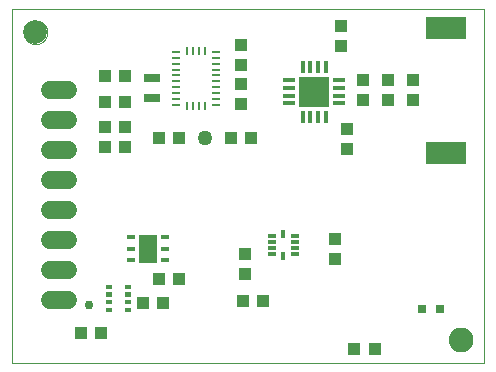
<source format=gts>
G75*
%MOIN*%
%OFA0B0*%
%FSLAX25Y25*%
%IPPOS*%
%LPD*%
%AMOC8*
5,1,8,0,0,1.08239X$1,22.5*
%
%ADD10C,0.00000*%
%ADD11C,0.07874*%
%ADD12R,0.02800X0.01600*%
%ADD13R,0.05900X0.09400*%
%ADD14R,0.04331X0.03937*%
%ADD15R,0.03937X0.04331*%
%ADD16R,0.10236X0.10236*%
%ADD17R,0.04331X0.01772*%
%ADD18R,0.01772X0.04331*%
%ADD19R,0.13780X0.07480*%
%ADD20R,0.02657X0.00984*%
%ADD21R,0.00984X0.02657*%
%ADD22R,0.05512X0.02756*%
%ADD23C,0.05000*%
%ADD24C,0.00276*%
%ADD25C,0.03000*%
%ADD26C,0.06000*%
%ADD27R,0.03150X0.03150*%
%ADD28R,0.03150X0.01181*%
%ADD29R,0.01181X0.03150*%
D10*
X0001600Y0001600D02*
X0001600Y0119710D01*
X0159080Y0119710D01*
X0159080Y0001600D01*
X0001600Y0001600D01*
X0005537Y0111836D02*
X0005539Y0111961D01*
X0005545Y0112086D01*
X0005555Y0112210D01*
X0005569Y0112334D01*
X0005586Y0112458D01*
X0005608Y0112581D01*
X0005634Y0112703D01*
X0005663Y0112825D01*
X0005696Y0112945D01*
X0005734Y0113064D01*
X0005774Y0113183D01*
X0005819Y0113299D01*
X0005867Y0113414D01*
X0005919Y0113528D01*
X0005975Y0113640D01*
X0006034Y0113750D01*
X0006096Y0113858D01*
X0006162Y0113965D01*
X0006231Y0114069D01*
X0006304Y0114170D01*
X0006379Y0114270D01*
X0006458Y0114367D01*
X0006540Y0114461D01*
X0006625Y0114553D01*
X0006712Y0114642D01*
X0006803Y0114728D01*
X0006896Y0114811D01*
X0006992Y0114892D01*
X0007090Y0114969D01*
X0007190Y0115043D01*
X0007293Y0115114D01*
X0007398Y0115181D01*
X0007506Y0115246D01*
X0007615Y0115306D01*
X0007726Y0115364D01*
X0007839Y0115417D01*
X0007953Y0115467D01*
X0008069Y0115514D01*
X0008186Y0115556D01*
X0008305Y0115595D01*
X0008425Y0115631D01*
X0008546Y0115662D01*
X0008668Y0115690D01*
X0008790Y0115713D01*
X0008914Y0115733D01*
X0009038Y0115749D01*
X0009162Y0115761D01*
X0009287Y0115769D01*
X0009412Y0115773D01*
X0009536Y0115773D01*
X0009661Y0115769D01*
X0009786Y0115761D01*
X0009910Y0115749D01*
X0010034Y0115733D01*
X0010158Y0115713D01*
X0010280Y0115690D01*
X0010402Y0115662D01*
X0010523Y0115631D01*
X0010643Y0115595D01*
X0010762Y0115556D01*
X0010879Y0115514D01*
X0010995Y0115467D01*
X0011109Y0115417D01*
X0011222Y0115364D01*
X0011333Y0115306D01*
X0011443Y0115246D01*
X0011550Y0115181D01*
X0011655Y0115114D01*
X0011758Y0115043D01*
X0011858Y0114969D01*
X0011956Y0114892D01*
X0012052Y0114811D01*
X0012145Y0114728D01*
X0012236Y0114642D01*
X0012323Y0114553D01*
X0012408Y0114461D01*
X0012490Y0114367D01*
X0012569Y0114270D01*
X0012644Y0114170D01*
X0012717Y0114069D01*
X0012786Y0113965D01*
X0012852Y0113858D01*
X0012914Y0113750D01*
X0012973Y0113640D01*
X0013029Y0113528D01*
X0013081Y0113414D01*
X0013129Y0113299D01*
X0013174Y0113183D01*
X0013214Y0113064D01*
X0013252Y0112945D01*
X0013285Y0112825D01*
X0013314Y0112703D01*
X0013340Y0112581D01*
X0013362Y0112458D01*
X0013379Y0112334D01*
X0013393Y0112210D01*
X0013403Y0112086D01*
X0013409Y0111961D01*
X0013411Y0111836D01*
X0013409Y0111711D01*
X0013403Y0111586D01*
X0013393Y0111462D01*
X0013379Y0111338D01*
X0013362Y0111214D01*
X0013340Y0111091D01*
X0013314Y0110969D01*
X0013285Y0110847D01*
X0013252Y0110727D01*
X0013214Y0110608D01*
X0013174Y0110489D01*
X0013129Y0110373D01*
X0013081Y0110258D01*
X0013029Y0110144D01*
X0012973Y0110032D01*
X0012914Y0109922D01*
X0012852Y0109814D01*
X0012786Y0109707D01*
X0012717Y0109603D01*
X0012644Y0109502D01*
X0012569Y0109402D01*
X0012490Y0109305D01*
X0012408Y0109211D01*
X0012323Y0109119D01*
X0012236Y0109030D01*
X0012145Y0108944D01*
X0012052Y0108861D01*
X0011956Y0108780D01*
X0011858Y0108703D01*
X0011758Y0108629D01*
X0011655Y0108558D01*
X0011550Y0108491D01*
X0011442Y0108426D01*
X0011333Y0108366D01*
X0011222Y0108308D01*
X0011109Y0108255D01*
X0010995Y0108205D01*
X0010879Y0108158D01*
X0010762Y0108116D01*
X0010643Y0108077D01*
X0010523Y0108041D01*
X0010402Y0108010D01*
X0010280Y0107982D01*
X0010158Y0107959D01*
X0010034Y0107939D01*
X0009910Y0107923D01*
X0009786Y0107911D01*
X0009661Y0107903D01*
X0009536Y0107899D01*
X0009412Y0107899D01*
X0009287Y0107903D01*
X0009162Y0107911D01*
X0009038Y0107923D01*
X0008914Y0107939D01*
X0008790Y0107959D01*
X0008668Y0107982D01*
X0008546Y0108010D01*
X0008425Y0108041D01*
X0008305Y0108077D01*
X0008186Y0108116D01*
X0008069Y0108158D01*
X0007953Y0108205D01*
X0007839Y0108255D01*
X0007726Y0108308D01*
X0007615Y0108366D01*
X0007505Y0108426D01*
X0007398Y0108491D01*
X0007293Y0108558D01*
X0007190Y0108629D01*
X0007090Y0108703D01*
X0006992Y0108780D01*
X0006896Y0108861D01*
X0006803Y0108944D01*
X0006712Y0109030D01*
X0006625Y0109119D01*
X0006540Y0109211D01*
X0006458Y0109305D01*
X0006379Y0109402D01*
X0006304Y0109502D01*
X0006231Y0109603D01*
X0006162Y0109707D01*
X0006096Y0109814D01*
X0006034Y0109922D01*
X0005975Y0110032D01*
X0005919Y0110144D01*
X0005867Y0110258D01*
X0005819Y0110373D01*
X0005774Y0110489D01*
X0005734Y0110608D01*
X0005696Y0110727D01*
X0005663Y0110847D01*
X0005634Y0110969D01*
X0005608Y0111091D01*
X0005586Y0111214D01*
X0005569Y0111338D01*
X0005555Y0111462D01*
X0005545Y0111586D01*
X0005539Y0111711D01*
X0005537Y0111836D01*
X0147269Y0009474D02*
X0147271Y0009599D01*
X0147277Y0009724D01*
X0147287Y0009848D01*
X0147301Y0009972D01*
X0147318Y0010096D01*
X0147340Y0010219D01*
X0147366Y0010341D01*
X0147395Y0010463D01*
X0147428Y0010583D01*
X0147466Y0010702D01*
X0147506Y0010821D01*
X0147551Y0010937D01*
X0147599Y0011052D01*
X0147651Y0011166D01*
X0147707Y0011278D01*
X0147766Y0011388D01*
X0147828Y0011496D01*
X0147894Y0011603D01*
X0147963Y0011707D01*
X0148036Y0011808D01*
X0148111Y0011908D01*
X0148190Y0012005D01*
X0148272Y0012099D01*
X0148357Y0012191D01*
X0148444Y0012280D01*
X0148535Y0012366D01*
X0148628Y0012449D01*
X0148724Y0012530D01*
X0148822Y0012607D01*
X0148922Y0012681D01*
X0149025Y0012752D01*
X0149130Y0012819D01*
X0149238Y0012884D01*
X0149347Y0012944D01*
X0149458Y0013002D01*
X0149571Y0013055D01*
X0149685Y0013105D01*
X0149801Y0013152D01*
X0149918Y0013194D01*
X0150037Y0013233D01*
X0150157Y0013269D01*
X0150278Y0013300D01*
X0150400Y0013328D01*
X0150522Y0013351D01*
X0150646Y0013371D01*
X0150770Y0013387D01*
X0150894Y0013399D01*
X0151019Y0013407D01*
X0151144Y0013411D01*
X0151268Y0013411D01*
X0151393Y0013407D01*
X0151518Y0013399D01*
X0151642Y0013387D01*
X0151766Y0013371D01*
X0151890Y0013351D01*
X0152012Y0013328D01*
X0152134Y0013300D01*
X0152255Y0013269D01*
X0152375Y0013233D01*
X0152494Y0013194D01*
X0152611Y0013152D01*
X0152727Y0013105D01*
X0152841Y0013055D01*
X0152954Y0013002D01*
X0153065Y0012944D01*
X0153175Y0012884D01*
X0153282Y0012819D01*
X0153387Y0012752D01*
X0153490Y0012681D01*
X0153590Y0012607D01*
X0153688Y0012530D01*
X0153784Y0012449D01*
X0153877Y0012366D01*
X0153968Y0012280D01*
X0154055Y0012191D01*
X0154140Y0012099D01*
X0154222Y0012005D01*
X0154301Y0011908D01*
X0154376Y0011808D01*
X0154449Y0011707D01*
X0154518Y0011603D01*
X0154584Y0011496D01*
X0154646Y0011388D01*
X0154705Y0011278D01*
X0154761Y0011166D01*
X0154813Y0011052D01*
X0154861Y0010937D01*
X0154906Y0010821D01*
X0154946Y0010702D01*
X0154984Y0010583D01*
X0155017Y0010463D01*
X0155046Y0010341D01*
X0155072Y0010219D01*
X0155094Y0010096D01*
X0155111Y0009972D01*
X0155125Y0009848D01*
X0155135Y0009724D01*
X0155141Y0009599D01*
X0155143Y0009474D01*
X0155141Y0009349D01*
X0155135Y0009224D01*
X0155125Y0009100D01*
X0155111Y0008976D01*
X0155094Y0008852D01*
X0155072Y0008729D01*
X0155046Y0008607D01*
X0155017Y0008485D01*
X0154984Y0008365D01*
X0154946Y0008246D01*
X0154906Y0008127D01*
X0154861Y0008011D01*
X0154813Y0007896D01*
X0154761Y0007782D01*
X0154705Y0007670D01*
X0154646Y0007560D01*
X0154584Y0007452D01*
X0154518Y0007345D01*
X0154449Y0007241D01*
X0154376Y0007140D01*
X0154301Y0007040D01*
X0154222Y0006943D01*
X0154140Y0006849D01*
X0154055Y0006757D01*
X0153968Y0006668D01*
X0153877Y0006582D01*
X0153784Y0006499D01*
X0153688Y0006418D01*
X0153590Y0006341D01*
X0153490Y0006267D01*
X0153387Y0006196D01*
X0153282Y0006129D01*
X0153174Y0006064D01*
X0153065Y0006004D01*
X0152954Y0005946D01*
X0152841Y0005893D01*
X0152727Y0005843D01*
X0152611Y0005796D01*
X0152494Y0005754D01*
X0152375Y0005715D01*
X0152255Y0005679D01*
X0152134Y0005648D01*
X0152012Y0005620D01*
X0151890Y0005597D01*
X0151766Y0005577D01*
X0151642Y0005561D01*
X0151518Y0005549D01*
X0151393Y0005541D01*
X0151268Y0005537D01*
X0151144Y0005537D01*
X0151019Y0005541D01*
X0150894Y0005549D01*
X0150770Y0005561D01*
X0150646Y0005577D01*
X0150522Y0005597D01*
X0150400Y0005620D01*
X0150278Y0005648D01*
X0150157Y0005679D01*
X0150037Y0005715D01*
X0149918Y0005754D01*
X0149801Y0005796D01*
X0149685Y0005843D01*
X0149571Y0005893D01*
X0149458Y0005946D01*
X0149347Y0006004D01*
X0149237Y0006064D01*
X0149130Y0006129D01*
X0149025Y0006196D01*
X0148922Y0006267D01*
X0148822Y0006341D01*
X0148724Y0006418D01*
X0148628Y0006499D01*
X0148535Y0006582D01*
X0148444Y0006668D01*
X0148357Y0006757D01*
X0148272Y0006849D01*
X0148190Y0006943D01*
X0148111Y0007040D01*
X0148036Y0007140D01*
X0147963Y0007241D01*
X0147894Y0007345D01*
X0147828Y0007452D01*
X0147766Y0007560D01*
X0147707Y0007670D01*
X0147651Y0007782D01*
X0147599Y0007896D01*
X0147551Y0008011D01*
X0147506Y0008127D01*
X0147466Y0008246D01*
X0147428Y0008365D01*
X0147395Y0008485D01*
X0147366Y0008607D01*
X0147340Y0008729D01*
X0147318Y0008852D01*
X0147301Y0008976D01*
X0147287Y0009100D01*
X0147277Y0009224D01*
X0147271Y0009349D01*
X0147269Y0009474D01*
D11*
X0151206Y0009474D03*
X0009474Y0111836D03*
D12*
X0041274Y0043689D03*
X0041274Y0039789D03*
X0041274Y0035889D03*
X0052674Y0035889D03*
X0052674Y0039789D03*
X0052674Y0043689D03*
D13*
X0046974Y0039789D03*
D14*
X0050728Y0029789D03*
X0057420Y0029789D03*
X0052120Y0021589D03*
X0045428Y0021589D03*
X0031320Y0011789D03*
X0024628Y0011789D03*
X0032528Y0073789D03*
X0039220Y0073789D03*
X0039220Y0080389D03*
X0032528Y0080389D03*
X0032528Y0088789D03*
X0039220Y0088789D03*
X0039220Y0097189D03*
X0032528Y0097189D03*
X0050528Y0076789D03*
X0057220Y0076789D03*
X0077874Y0101043D03*
X0077874Y0107735D03*
X0118674Y0095924D03*
X0118674Y0089231D03*
X0109474Y0043135D03*
X0109474Y0036443D03*
D15*
X0085320Y0022289D03*
X0078628Y0022289D03*
X0079474Y0031443D03*
X0079474Y0038135D03*
X0115813Y0006305D03*
X0122506Y0006305D03*
X0113348Y0073106D03*
X0113348Y0079798D03*
X0127074Y0089231D03*
X0135474Y0089231D03*
X0135474Y0095924D03*
X0127074Y0095924D03*
X0111474Y0107231D03*
X0111474Y0113924D03*
X0077874Y0094535D03*
X0077874Y0087843D03*
X0074528Y0076789D03*
X0081220Y0076789D03*
D16*
X0102369Y0092011D03*
D17*
X0110636Y0090731D03*
X0110636Y0088172D03*
X0110636Y0093291D03*
X0110636Y0095850D03*
X0094101Y0095850D03*
X0094101Y0093291D03*
X0094101Y0090731D03*
X0094101Y0088172D03*
D18*
X0098530Y0083743D03*
X0101089Y0083743D03*
X0103648Y0083743D03*
X0106207Y0083743D03*
X0106207Y0100279D03*
X0103648Y0100279D03*
X0101089Y0100279D03*
X0098530Y0100279D03*
D19*
X0146471Y0113444D03*
X0146471Y0071712D03*
D20*
X0069538Y0087639D03*
X0069538Y0089608D03*
X0069538Y0091576D03*
X0069538Y0093545D03*
X0069538Y0095513D03*
X0069538Y0097482D03*
X0069538Y0099450D03*
X0069538Y0101419D03*
X0069538Y0103387D03*
X0069538Y0105356D03*
X0056437Y0105356D03*
X0056437Y0103387D03*
X0056437Y0101419D03*
X0056437Y0099450D03*
X0056437Y0097482D03*
X0056437Y0095513D03*
X0056437Y0093545D03*
X0056437Y0091576D03*
X0056437Y0089608D03*
X0056437Y0087639D03*
D21*
X0060030Y0087196D03*
X0061998Y0087196D03*
X0063967Y0087196D03*
X0065935Y0087196D03*
X0065935Y0105799D03*
X0063967Y0105799D03*
X0061998Y0105799D03*
X0060030Y0105799D03*
D22*
X0048417Y0096518D03*
X0048417Y0089825D03*
D23*
X0065874Y0076789D03*
D24*
X0041070Y0027779D02*
X0039378Y0027779D01*
X0041070Y0027779D02*
X0041070Y0026677D01*
X0039378Y0026677D01*
X0039378Y0027779D01*
X0039378Y0026952D02*
X0041070Y0026952D01*
X0041070Y0027227D02*
X0039378Y0027227D01*
X0039378Y0027502D02*
X0041070Y0027502D01*
X0041070Y0027777D02*
X0039378Y0027777D01*
X0039378Y0025220D02*
X0041070Y0025220D01*
X0041070Y0024118D01*
X0039378Y0024118D01*
X0039378Y0025220D01*
X0039378Y0024393D02*
X0041070Y0024393D01*
X0041070Y0024668D02*
X0039378Y0024668D01*
X0039378Y0024943D02*
X0041070Y0024943D01*
X0041070Y0025218D02*
X0039378Y0025218D01*
X0039378Y0022660D02*
X0041070Y0022660D01*
X0041070Y0021558D01*
X0039378Y0021558D01*
X0039378Y0022660D01*
X0039378Y0021833D02*
X0041070Y0021833D01*
X0041070Y0022108D02*
X0039378Y0022108D01*
X0039378Y0022383D02*
X0041070Y0022383D01*
X0041070Y0022658D02*
X0039378Y0022658D01*
X0039378Y0020101D02*
X0041070Y0020101D01*
X0041070Y0018999D01*
X0039378Y0018999D01*
X0039378Y0020101D01*
X0039378Y0019274D02*
X0041070Y0019274D01*
X0041070Y0019549D02*
X0039378Y0019549D01*
X0039378Y0019824D02*
X0041070Y0019824D01*
X0041070Y0020099D02*
X0039378Y0020099D01*
X0034770Y0020101D02*
X0033078Y0020101D01*
X0034770Y0020101D02*
X0034770Y0018999D01*
X0033078Y0018999D01*
X0033078Y0020101D01*
X0033078Y0019274D02*
X0034770Y0019274D01*
X0034770Y0019549D02*
X0033078Y0019549D01*
X0033078Y0019824D02*
X0034770Y0019824D01*
X0034770Y0020099D02*
X0033078Y0020099D01*
X0033078Y0022660D02*
X0034770Y0022660D01*
X0034770Y0021558D01*
X0033078Y0021558D01*
X0033078Y0022660D01*
X0033078Y0021833D02*
X0034770Y0021833D01*
X0034770Y0022108D02*
X0033078Y0022108D01*
X0033078Y0022383D02*
X0034770Y0022383D01*
X0034770Y0022658D02*
X0033078Y0022658D01*
X0033078Y0025220D02*
X0034770Y0025220D01*
X0034770Y0024118D01*
X0033078Y0024118D01*
X0033078Y0025220D01*
X0033078Y0024393D02*
X0034770Y0024393D01*
X0034770Y0024668D02*
X0033078Y0024668D01*
X0033078Y0024943D02*
X0034770Y0024943D01*
X0034770Y0025218D02*
X0033078Y0025218D01*
X0033078Y0027779D02*
X0034770Y0027779D01*
X0034770Y0026677D01*
X0033078Y0026677D01*
X0033078Y0027779D01*
X0033078Y0026952D02*
X0034770Y0026952D01*
X0034770Y0027227D02*
X0033078Y0027227D01*
X0033078Y0027502D02*
X0034770Y0027502D01*
X0034770Y0027777D02*
X0033078Y0027777D01*
D25*
X0027474Y0020989D03*
D26*
X0020274Y0022589D02*
X0014274Y0022589D01*
X0014274Y0032589D02*
X0020274Y0032589D01*
X0020274Y0042589D02*
X0014274Y0042589D01*
X0014274Y0052589D02*
X0020274Y0052589D01*
X0020274Y0062589D02*
X0014274Y0062589D01*
X0014274Y0072589D02*
X0020274Y0072589D01*
X0020274Y0082589D02*
X0014274Y0082589D01*
X0014274Y0092589D02*
X0020274Y0092589D01*
D27*
X0138421Y0019789D03*
X0144327Y0019789D03*
D28*
X0095891Y0038017D03*
X0095891Y0039986D03*
X0095891Y0041954D03*
X0095891Y0043923D03*
X0088411Y0043923D03*
X0088411Y0041954D03*
X0088411Y0039986D03*
X0088411Y0038017D03*
D29*
X0092151Y0037230D03*
X0092151Y0044710D03*
M02*

</source>
